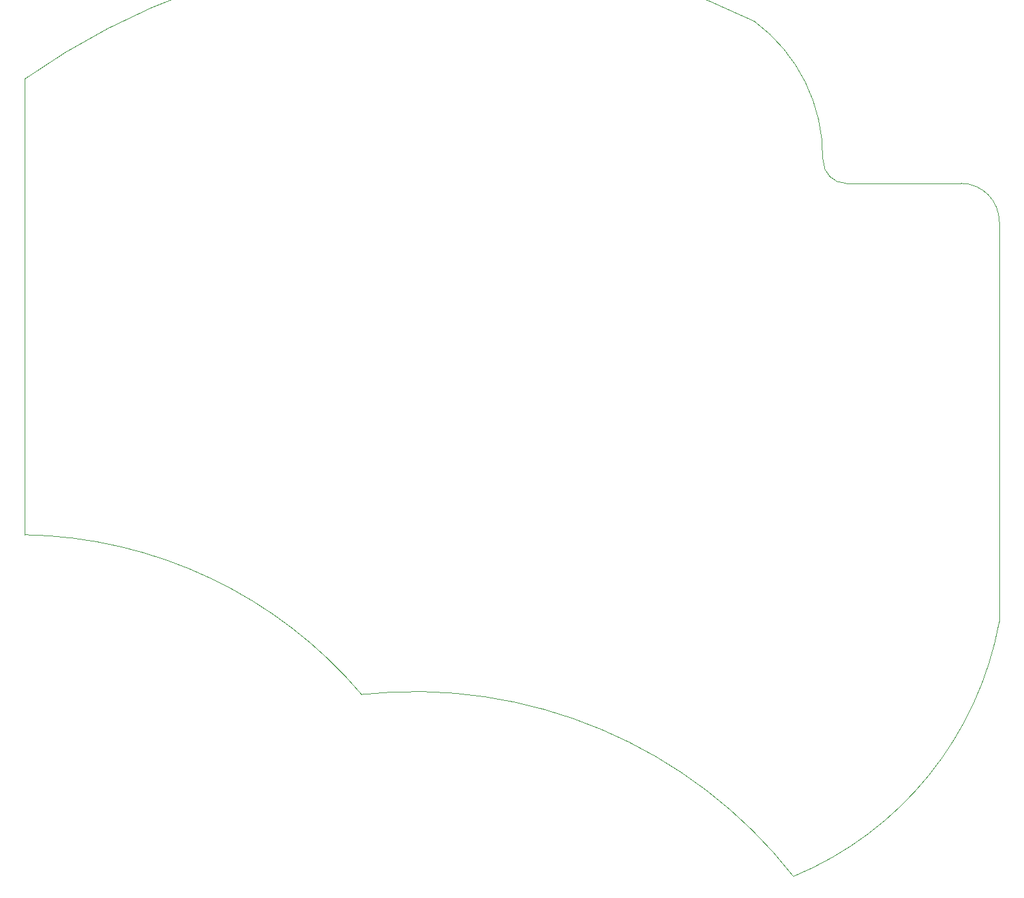
<source format=gbr>
%TF.GenerationSoftware,KiCad,Pcbnew,5.1.8*%
%TF.CreationDate,2020-12-07T15:05:41+01:00*%
%TF.ProjectId,split_3x,73706c69-745f-4337-982e-6b696361645f,rev?*%
%TF.SameCoordinates,Original*%
%TF.FileFunction,Profile,NP*%
%FSLAX46Y46*%
G04 Gerber Fmt 4.6, Leading zero omitted, Abs format (unit mm)*
G04 Created by KiCad (PCBNEW 5.1.8) date 2020-12-07 15:05:41*
%MOMM*%
%LPD*%
G01*
G04 APERTURE LIST*
%TA.AperFunction,Profile*%
%ADD10C,0.050000*%
%TD*%
G04 APERTURE END LIST*
D10*
X200000000Y-72750000D02*
G75*
G02*
X205000000Y-77750000I0J-5000000D01*
G01*
X181949314Y-69605711D02*
X182000000Y-69750000D01*
X185000000Y-72750000D02*
G75*
G02*
X182000000Y-69750000I0J3000000D01*
G01*
X77794796Y-118636490D02*
G75*
G02*
X121749255Y-139493235I-1008148J-58868809D01*
G01*
X121749255Y-139493235D02*
G75*
G02*
X178128606Y-163252882I6879865J-62445949D01*
G01*
X204999999Y-130000000D02*
G75*
G02*
X178128606Y-163252882I-43917120J8005359D01*
G01*
X205000000Y-77750000D02*
X205000000Y-130000000D01*
X185000000Y-72750000D02*
X200000000Y-72750000D01*
X173037499Y-51593751D02*
G75*
G02*
X181949314Y-69605711I-13063432J-17674060D01*
G01*
X77749541Y-59145712D02*
X77794796Y-118636490D01*
X77749541Y-59145712D02*
G75*
G02*
X173037499Y-51593751I54012959J-76585538D01*
G01*
M02*

</source>
